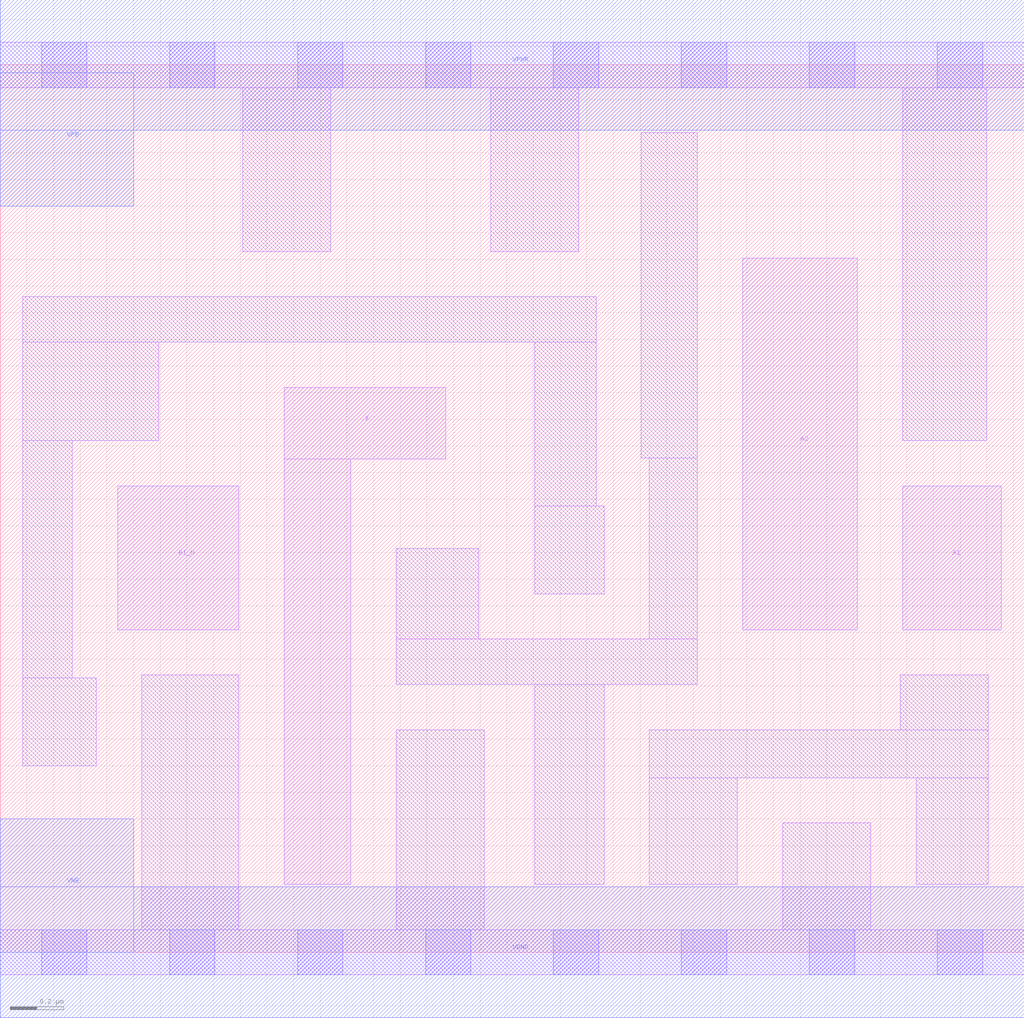
<source format=lef>
# Copyright 2020 The SkyWater PDK Authors
#
# Licensed under the Apache License, Version 2.0 (the "License");
# you may not use this file except in compliance with the License.
# You may obtain a copy of the License at
#
#     https://www.apache.org/licenses/LICENSE-2.0
#
# Unless required by applicable law or agreed to in writing, software
# distributed under the License is distributed on an "AS IS" BASIS,
# WITHOUT WARRANTIES OR CONDITIONS OF ANY KIND, either express or implied.
# See the License for the specific language governing permissions and
# limitations under the License.
#
# SPDX-License-Identifier: Apache-2.0

VERSION 5.5 ;
NAMESCASESENSITIVE ON ;
BUSBITCHARS "[]" ;
DIVIDERCHAR "/" ;
MACRO sky130_fd_sc_lp__o21ba_2
  CLASS CORE ;
  SOURCE USER ;
  ORIGIN  0.000000  0.000000 ;
  SIZE  3.840000 BY  3.330000 ;
  SYMMETRY X Y R90 ;
  SITE unit ;
  PIN A1
    ANTENNAGATEAREA  0.315000 ;
    DIRECTION INPUT ;
    USE SIGNAL ;
    PORT
      LAYER li1 ;
        RECT 3.385000 1.210000 3.755000 1.750000 ;
    END
  END A1
  PIN A2
    ANTENNAGATEAREA  0.315000 ;
    DIRECTION INPUT ;
    USE SIGNAL ;
    PORT
      LAYER li1 ;
        RECT 2.785000 1.210000 3.215000 2.605000 ;
    END
  END A2
  PIN B1_N
    ANTENNAGATEAREA  0.126000 ;
    DIRECTION INPUT ;
    USE SIGNAL ;
    PORT
      LAYER li1 ;
        RECT 0.440000 1.210000 0.895000 1.750000 ;
    END
  END B1_N
  PIN X
    ANTENNADIFFAREA  0.588000 ;
    DIRECTION OUTPUT ;
    USE SIGNAL ;
    PORT
      LAYER li1 ;
        RECT 1.065000 0.255000 1.315000 1.850000 ;
        RECT 1.065000 1.850000 1.670000 2.120000 ;
    END
  END X
  PIN VGND
    DIRECTION INOUT ;
    USE GROUND ;
    PORT
      LAYER met1 ;
        RECT 0.000000 -0.245000 3.840000 0.245000 ;
    END
  END VGND
  PIN VNB
    DIRECTION INOUT ;
    USE GROUND ;
    PORT
      LAYER met1 ;
        RECT 0.000000 0.000000 0.500000 0.500000 ;
    END
  END VNB
  PIN VPB
    DIRECTION INOUT ;
    USE POWER ;
    PORT
      LAYER met1 ;
        RECT 0.000000 2.800000 0.500000 3.300000 ;
    END
  END VPB
  PIN VPWR
    DIRECTION INOUT ;
    USE POWER ;
    PORT
      LAYER met1 ;
        RECT 0.000000 3.085000 3.840000 3.575000 ;
    END
  END VPWR
  OBS
    LAYER li1 ;
      RECT 0.000000 -0.085000 3.840000 0.085000 ;
      RECT 0.000000  3.245000 3.840000 3.415000 ;
      RECT 0.085000  0.700000 0.360000 1.030000 ;
      RECT 0.085000  1.030000 0.270000 1.920000 ;
      RECT 0.085000  1.920000 0.595000 2.290000 ;
      RECT 0.085000  2.290000 2.235000 2.460000 ;
      RECT 0.530000  0.085000 0.895000 1.040000 ;
      RECT 0.910000  2.630000 1.240000 3.245000 ;
      RECT 1.485000  0.085000 1.815000 0.835000 ;
      RECT 1.485000  1.005000 2.615000 1.175000 ;
      RECT 1.485000  1.175000 1.795000 1.515000 ;
      RECT 1.840000  2.630000 2.170000 3.245000 ;
      RECT 2.005000  0.255000 2.265000 1.005000 ;
      RECT 2.005000  1.345000 2.265000 1.675000 ;
      RECT 2.005000  1.675000 2.235000 2.290000 ;
      RECT 2.405000  1.855000 2.615000 3.075000 ;
      RECT 2.435000  0.255000 2.765000 0.655000 ;
      RECT 2.435000  0.655000 3.705000 0.835000 ;
      RECT 2.435000  1.175000 2.615000 1.855000 ;
      RECT 2.935000  0.085000 3.265000 0.485000 ;
      RECT 3.375000  0.835000 3.705000 1.040000 ;
      RECT 3.385000  1.920000 3.700000 3.245000 ;
      RECT 3.435000  0.255000 3.705000 0.655000 ;
    LAYER mcon ;
      RECT 0.155000 -0.085000 0.325000 0.085000 ;
      RECT 0.155000  3.245000 0.325000 3.415000 ;
      RECT 0.635000 -0.085000 0.805000 0.085000 ;
      RECT 0.635000  3.245000 0.805000 3.415000 ;
      RECT 1.115000 -0.085000 1.285000 0.085000 ;
      RECT 1.115000  3.245000 1.285000 3.415000 ;
      RECT 1.595000 -0.085000 1.765000 0.085000 ;
      RECT 1.595000  3.245000 1.765000 3.415000 ;
      RECT 2.075000 -0.085000 2.245000 0.085000 ;
      RECT 2.075000  3.245000 2.245000 3.415000 ;
      RECT 2.555000 -0.085000 2.725000 0.085000 ;
      RECT 2.555000  3.245000 2.725000 3.415000 ;
      RECT 3.035000 -0.085000 3.205000 0.085000 ;
      RECT 3.035000  3.245000 3.205000 3.415000 ;
      RECT 3.515000 -0.085000 3.685000 0.085000 ;
      RECT 3.515000  3.245000 3.685000 3.415000 ;
  END
END sky130_fd_sc_lp__o21ba_2
END LIBRARY

</source>
